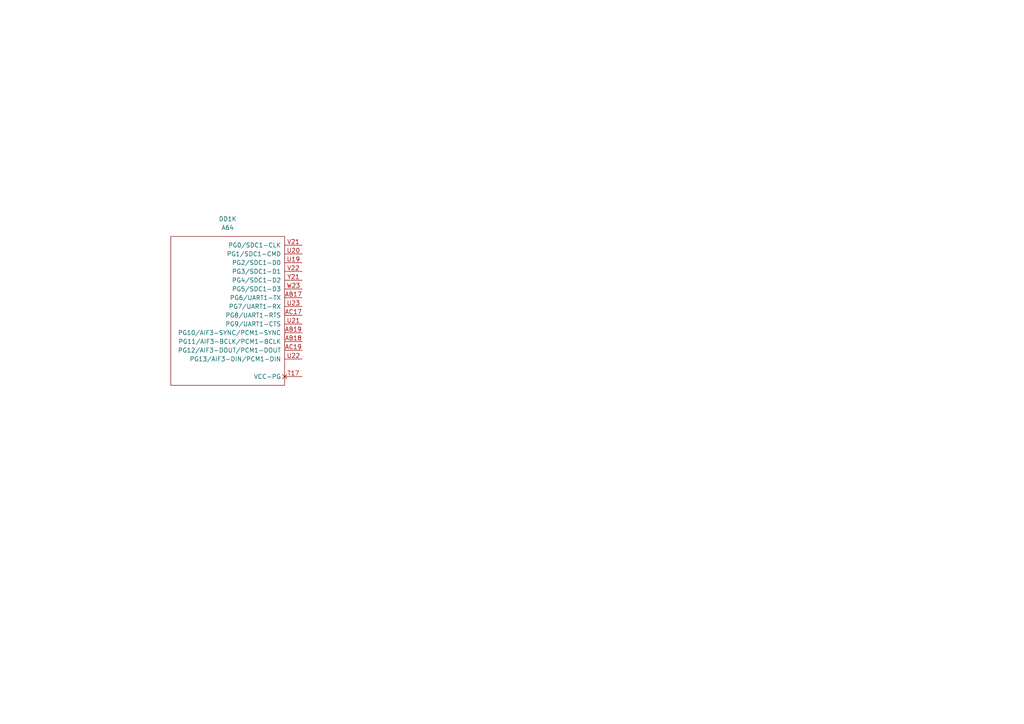
<source format=kicad_sch>
(kicad_sch (version 20211123) (generator eeschema)

  (uuid a1873931-298f-40f8-a313-fd9af0d3bb3a)

  (paper "A4")

  (lib_symbols
    (symbol "Allwinner:A64" (pin_names (offset 1.016)) (in_bom yes) (on_board yes)
      (property "Reference" "DD" (id 0) (at -1.27 1.27 0)
        (effects (font (size 1.27 1.27)))
      )
      (property "Value" "A64" (id 1) (at -27.94 1.27 0)
        (effects (font (size 1.27 1.27)))
      )
      (property "Footprint" "BGA:BGA-529_23x23_15.0x15.0mm" (id 2) (at 0 7.62 0)
        (effects (font (size 1.27 1.27)) hide)
      )
      (property "Datasheet" "" (id 3) (at -22.86 0 0)
        (effects (font (size 1.27 1.27)) hide)
      )
      (property "ki_locked" "" (id 4) (at 0 0 0)
        (effects (font (size 1.27 1.27)))
      )
      (symbol "A64_1_0"
        (pin passive line (at -35.56 -58.42 0) (length 5.08)
          (name "SDQ22" (effects (font (size 1.27 1.27))))
          (number "A2" (effects (font (size 1.27 1.27))))
        )
        (pin passive line (at -35.56 -68.58 0) (length 5.08)
          (name "SDQ26" (effects (font (size 1.27 1.27))))
          (number "A4" (effects (font (size 1.27 1.27))))
        )
        (pin passive line (at -35.56 -71.12 0) (length 5.08)
          (name "SDQ27" (effects (font (size 1.27 1.27))))
          (number "A5" (effects (font (size 1.27 1.27))))
        )
        (pin passive line (at -35.56 -73.66 0) (length 5.08)
          (name "SDQ28" (effects (font (size 1.27 1.27))))
          (number "A7" (effects (font (size 1.27 1.27))))
        )
        (pin passive line (at -35.56 -76.2 0) (length 5.08)
          (name "SDQ29" (effects (font (size 1.27 1.27))))
          (number "A8" (effects (font (size 1.27 1.27))))
        )
        (pin passive line (at -35.56 -53.34 0) (length 5.08)
          (name "SDQ20" (effects (font (size 1.27 1.27))))
          (number "B1" (effects (font (size 1.27 1.27))))
        )
        (pin passive line (at -35.56 -55.88 0) (length 5.08)
          (name "SDQ21" (effects (font (size 1.27 1.27))))
          (number "B2" (effects (font (size 1.27 1.27))))
        )
        (pin passive line (at -35.56 -60.96 0) (length 5.08)
          (name "SDQ23" (effects (font (size 1.27 1.27))))
          (number "B3" (effects (font (size 1.27 1.27))))
        )
        (pin passive line (at -35.56 -66.04 0) (length 5.08)
          (name "SDQ25" (effects (font (size 1.27 1.27))))
          (number "B4" (effects (font (size 1.27 1.27))))
        )
        (pin passive line (at 5.08 -120.65 180) (length 5.08)
          (name "SDQS3N" (effects (font (size 1.27 1.27))))
          (number "B5" (effects (font (size 1.27 1.27))))
        )
        (pin passive line (at 5.08 -123.19 180) (length 5.08)
          (name "SDQS3P" (effects (font (size 1.27 1.27))))
          (number "B6" (effects (font (size 1.27 1.27))))
        )
        (pin passive line (at 5.08 -90.17 180) (length 5.08)
          (name "SDQM3" (effects (font (size 1.27 1.27))))
          (number "B7" (effects (font (size 1.27 1.27))))
        )
        (pin passive line (at -35.56 -78.74 0) (length 5.08)
          (name "SDQ30" (effects (font (size 1.27 1.27))))
          (number "B8" (effects (font (size 1.27 1.27))))
        )
        (pin passive line (at -35.56 -81.28 0) (length 5.08)
          (name "SDQ31" (effects (font (size 1.27 1.27))))
          (number "B9" (effects (font (size 1.27 1.27))))
        )
        (pin passive line (at 5.08 -87.63 180) (length 5.08)
          (name "SDQM2" (effects (font (size 1.27 1.27))))
          (number "C2" (effects (font (size 1.27 1.27))))
        )
        (pin passive line (at 5.08 -25.4 180) (length 5.08)
          (name "SA9" (effects (font (size 1.27 1.27))))
          (number "C4" (effects (font (size 1.27 1.27))))
        )
        (pin passive line (at -35.56 -63.5 0) (length 5.08)
          (name "SDQ24" (effects (font (size 1.27 1.27))))
          (number "C5" (effects (font (size 1.27 1.27))))
        )
        (pin passive line (at 5.08 -50.8 180) (length 5.08)
          (name "SBA2" (effects (font (size 1.27 1.27))))
          (number "C6" (effects (font (size 1.27 1.27))))
        )
        (pin passive line (at -35.56 -93.98 0) (length 5.08)
          (name "SWE" (effects (font (size 1.27 1.27))))
          (number "C8" (effects (font (size 1.27 1.27))))
        )
        (pin passive line (at 5.08 -55.88 180) (length 5.08)
          (name "SCAS" (effects (font (size 1.27 1.27))))
          (number "C9" (effects (font (size 1.27 1.27))))
        )
        (pin passive line (at 5.08 -114.3 180) (length 5.08)
          (name "SDQS2N" (effects (font (size 1.27 1.27))))
          (number "D1" (effects (font (size 1.27 1.27))))
        )
        (pin passive line (at -35.56 -88.9 0) (length 5.08)
          (name "SRST" (effects (font (size 1.27 1.27))))
          (number "D10" (effects (font (size 1.27 1.27))))
        )
        (pin passive line (at 5.08 -116.84 180) (length 5.08)
          (name "SDQS2P" (effects (font (size 1.27 1.27))))
          (number "D2" (effects (font (size 1.27 1.27))))
        )
        (pin passive line (at 5.08 -22.86 180) (length 5.08)
          (name "SA8" (effects (font (size 1.27 1.27))))
          (number "D3" (effects (font (size 1.27 1.27))))
        )
        (pin passive line (at 5.08 -76.2 180) (length 5.08)
          (name "SODT0" (effects (font (size 1.27 1.27))))
          (number "D5" (effects (font (size 1.27 1.27))))
        )
        (pin passive line (at 5.08 -45.72 180) (length 5.08)
          (name "SBA0" (effects (font (size 1.27 1.27))))
          (number "D8" (effects (font (size 1.27 1.27))))
        )
        (pin passive line (at -35.56 -50.8 0) (length 5.08)
          (name "SDQ19" (effects (font (size 1.27 1.27))))
          (number "E1" (effects (font (size 1.27 1.27))))
        )
        (pin passive line (at -35.56 -48.26 0) (length 5.08)
          (name "SDQ18" (effects (font (size 1.27 1.27))))
          (number "E2" (effects (font (size 1.27 1.27))))
        )
        (pin passive line (at -35.56 -43.18 0) (length 5.08)
          (name "SDQ16" (effects (font (size 1.27 1.27))))
          (number "E3" (effects (font (size 1.27 1.27))))
        )
        (pin passive line (at 5.08 -20.32 180) (length 5.08)
          (name "SA7" (effects (font (size 1.27 1.27))))
          (number "E4" (effects (font (size 1.27 1.27))))
        )
        (pin passive line (at 5.08 -71.12 180) (length 5.08)
          (name "SCS0" (effects (font (size 1.27 1.27))))
          (number "E5" (effects (font (size 1.27 1.27))))
        )
        (pin passive line (at 5.08 -78.74 180) (length 5.08)
          (name "SODT1" (effects (font (size 1.27 1.27))))
          (number "E7" (effects (font (size 1.27 1.27))))
        )
        (pin passive line (at 5.08 -35.56 180) (length 5.08)
          (name "SA13" (effects (font (size 1.27 1.27))))
          (number "E8" (effects (font (size 1.27 1.27))))
        )
        (pin passive line (at -35.56 -45.72 0) (length 5.08)
          (name "SDQ17" (effects (font (size 1.27 1.27))))
          (number "F2" (effects (font (size 1.27 1.27))))
        )
        (pin passive line (at 5.08 -17.78 180) (length 5.08)
          (name "SA6" (effects (font (size 1.27 1.27))))
          (number "F3" (effects (font (size 1.27 1.27))))
        )
        (pin passive line (at -35.56 -86.36 0) (length 5.08)
          (name "SRAS" (effects (font (size 1.27 1.27))))
          (number "F7" (effects (font (size 1.27 1.27))))
        )
        (pin passive line (at -35.56 -5.08 0) (length 5.08)
          (name "SDQ1" (effects (font (size 1.27 1.27))))
          (number "G1" (effects (font (size 1.27 1.27))))
        )
        (pin passive line (at 5.08 -62.23 180) (length 5.08)
          (name "SCKP" (effects (font (size 1.27 1.27))))
          (number "G2" (effects (font (size 1.27 1.27))))
        )
        (pin passive line (at 5.08 -59.69 180) (length 5.08)
          (name "SCKN" (effects (font (size 1.27 1.27))))
          (number "G3" (effects (font (size 1.27 1.27))))
        )
        (pin passive line (at 5.08 -15.24 180) (length 5.08)
          (name "SA5" (effects (font (size 1.27 1.27))))
          (number "G4" (effects (font (size 1.27 1.27))))
        )
        (pin passive line (at -35.56 -91.44 0) (length 5.08)
          (name "SVREF" (effects (font (size 1.27 1.27))))
          (number "G5" (effects (font (size 1.27 1.27))))
        )
        (pin passive line (at -35.56 -101.6 0) (length 5.08)
          (name "VCC-DRAM" (effects (font (size 1.27 1.27))))
          (number "G7" (effects (font (size 1.27 1.27))))
        )
        (pin passive line (at -35.56 -104.14 0) (length 5.08)
          (name "VCC-DRAM" (effects (font (size 1.27 1.27))))
          (number "G8" (effects (font (size 1.27 1.27))))
        )
        (pin passive line (at -35.56 -106.68 0) (length 5.08)
          (name "VCC-DRAM" (effects (font (size 1.27 1.27))))
          (number "G9" (effects (font (size 1.27 1.27))))
        )
        (pin passive line (at -35.56 -15.24 0) (length 5.08)
          (name "SDQ5" (effects (font (size 1.27 1.27))))
          (number "H1" (effects (font (size 1.27 1.27))))
        )
        (pin passive line (at -35.56 -12.7 0) (length 5.08)
          (name "SDQ4" (effects (font (size 1.27 1.27))))
          (number "H2" (effects (font (size 1.27 1.27))))
        )
        (pin passive line (at -35.56 -7.62 0) (length 5.08)
          (name "SDQ2" (effects (font (size 1.27 1.27))))
          (number "H3" (effects (font (size 1.27 1.27))))
        )
        (pin passive line (at 5.08 -73.66 180) (length 5.08)
          (name "SCS1" (effects (font (size 1.27 1.27))))
          (number "H5" (effects (font (size 1.27 1.27))))
        )
        (pin passive line (at 5.08 -68.58 180) (length 5.08)
          (name "SCKE1" (effects (font (size 1.27 1.27))))
          (number "H6" (effects (font (size 1.27 1.27))))
        )
        (pin passive line (at 5.08 -82.55 180) (length 5.08)
          (name "SDQM0" (effects (font (size 1.27 1.27))))
          (number "J2" (effects (font (size 1.27 1.27))))
        )
        (pin passive line (at 5.08 -66.04 180) (length 5.08)
          (name "SCKE0" (effects (font (size 1.27 1.27))))
          (number "J3" (effects (font (size 1.27 1.27))))
        )
        (pin passive line (at -35.56 -109.22 0) (length 5.08)
          (name "VCC-DRAM" (effects (font (size 1.27 1.27))))
          (number "J8" (effects (font (size 1.27 1.27))))
        )
        (pin passive line (at -35.56 -10.16 0) (length 5.08)
          (name "SDQ3" (effects (font (size 1.27 1.27))))
          (number "K1" (effects (font (size 1.27 1.27))))
        )
        (pin passive line (at 5.08 -101.6 180) (length 5.08)
          (name "SDQS0N" (effects (font (size 1.27 1.27))))
          (number "K2" (effects (font (size 1.27 1.27))))
        )
        (pin passive line (at 5.08 -104.14 180) (length 5.08)
          (name "SDQS0P" (effects (font (size 1.27 1.27))))
          (number "K3" (effects (font (size 1.27 1.27))))
        )
        (pin passive line (at 5.08 -38.1 180) (length 5.08)
          (name "SA14" (effects (font (size 1.27 1.27))))
          (number "K4" (effects (font (size 1.27 1.27))))
        )
        (pin passive line (at 5.08 -33.02 180) (length 5.08)
          (name "SA12" (effects (font (size 1.27 1.27))))
          (number "K5" (effects (font (size 1.27 1.27))))
        )
        (pin passive line (at -35.56 -111.76 0) (length 5.08)
          (name "VCC-DRAM" (effects (font (size 1.27 1.27))))
          (number "K6" (effects (font (size 1.27 1.27))))
        )
        (pin passive line (at -35.56 -114.3 0) (length 5.08)
          (name "VCC-DRAM" (effects (font (size 1.27 1.27))))
          (number "K7" (effects (font (size 1.27 1.27))))
        )
        (pin passive line (at -35.56 -17.78 0) (length 5.08)
          (name "SDQ6" (effects (font (size 1.27 1.27))))
          (number "L1" (effects (font (size 1.27 1.27))))
        )
        (pin passive line (at -35.56 -20.32 0) (length 5.08)
          (name "SDQ7" (effects (font (size 1.27 1.27))))
          (number "L2" (effects (font (size 1.27 1.27))))
        )
        (pin passive line (at -35.56 -2.54 0) (length 5.08)
          (name "SDQ0" (effects (font (size 1.27 1.27))))
          (number "L3" (effects (font (size 1.27 1.27))))
        )
        (pin passive line (at -35.56 -116.84 0) (length 5.08)
          (name "VCC-DRAM" (effects (font (size 1.27 1.27))))
          (number "L6" (effects (font (size 1.27 1.27))))
        )
        (pin passive line (at -35.56 -119.38 0) (length 5.08)
          (name "VCC-DRAM" (effects (font (size 1.27 1.27))))
          (number "L7" (effects (font (size 1.27 1.27))))
        )
        (pin passive line (at -35.56 -121.92 0) (length 5.08)
          (name "VCC-DRAM" (effects (font (size 1.27 1.27))))
          (number "L8" (effects (font (size 1.27 1.27))))
        )
        (pin passive line (at -35.56 -40.64 0) (length 5.08)
          (name "SDQ15" (effects (font (size 1.27 1.27))))
          (number "M2" (effects (font (size 1.27 1.27))))
        )
        (pin passive line (at 5.08 -27.94 180) (length 5.08)
          (name "SA10" (effects (font (size 1.27 1.27))))
          (number "M4" (effects (font (size 1.27 1.27))))
        )
        (pin passive line (at -35.56 -38.1 0) (length 5.08)
          (name "SDQ14" (effects (font (size 1.27 1.27))))
          (number "N1" (effects (font (size 1.27 1.27))))
        )
        (pin passive line (at -35.56 -35.56 0) (length 5.08)
          (name "SDQ13" (effects (font (size 1.27 1.27))))
          (number "N2" (effects (font (size 1.27 1.27))))
        )
        (pin passive line (at -35.56 -33.02 0) (length 5.08)
          (name "SDQ12" (effects (font (size 1.27 1.27))))
          (number "N3" (effects (font (size 1.27 1.27))))
        )
        (pin passive line (at 5.08 -7.62 180) (length 5.08)
          (name "SA2" (effects (font (size 1.27 1.27))))
          (number "N5" (effects (font (size 1.27 1.27))))
        )
        (pin passive line (at 5.08 -10.16 180) (length 5.08)
          (name "SA3" (effects (font (size 1.27 1.27))))
          (number "N6" (effects (font (size 1.27 1.27))))
        )
        (pin passive line (at -35.56 -124.46 0) (length 5.08)
          (name "VCC-DRAM" (effects (font (size 1.27 1.27))))
          (number "N7" (effects (font (size 1.27 1.27))))
        )
        (pin passive line (at -35.56 -127 0) (length 5.08)
          (name "VCC-DRAM" (effects (font (size 1.27 1.27))))
          (number "N8" (effects (font (size 1.27 1.27))))
        )
        (pin passive line (at 5.08 -110.49 180) (length 5.08)
          (name "SDQS1P" (effects (font (size 1.27 1.27))))
          (number "P1" (effects (font (size 1.27 1.27))))
        )
        (pin passive line (at 5.08 -107.95 180) (length 5.08)
          (name "SDQS1N" (effects (font (size 1.27 1.27))))
          (number "P2" (effects (font (size 1.27 1.27))))
        )
        (pin passive line (at 5.08 -85.09 180) (length 5.08)
          (name "SDQM1" (effects (font (size 1.27 1.27))))
          (number "P3" (effects (font (size 1.27 1.27))))
        )
        (pin passive line (at 5.08 -2.54 180) (length 5.08)
          (name "SA0" (effects (font (size 1.27 1.27))))
          (number "P5" (effects (font (size 1.27 1.27))))
        )
        (pin passive line (at 5.08 -12.7 180) (length 5.08)
          (name "SA4" (effects (font (size 1.27 1.27))))
          (number "P6" (effects (font (size 1.27 1.27))))
        )
        (pin passive line (at -35.56 -30.48 0) (length 5.08)
          (name "SDQ11" (effects (font (size 1.27 1.27))))
          (number "R2" (effects (font (size 1.27 1.27))))
        )
        (pin passive line (at 5.08 -48.26 180) (length 5.08)
          (name "SBA1" (effects (font (size 1.27 1.27))))
          (number "R3" (effects (font (size 1.27 1.27))))
        )
        (pin passive line (at 5.08 -5.08 180) (length 5.08)
          (name "SA1" (effects (font (size 1.27 1.27))))
          (number "R4" (effects (font (size 1.27 1.27))))
        )
        (pin passive line (at -35.56 -27.94 0) (length 5.08)
          (name "SDQ10" (effects (font (size 1.27 1.27))))
          (number "T1" (effects (font (size 1.27 1.27))))
        )
        (pin passive line (at -35.56 -25.4 0) (length 5.08)
          (name "SDQ9" (effects (font (size 1.27 1.27))))
          (number "T2" (effects (font (size 1.27 1.27))))
        )
        (pin passive line (at -35.56 -22.86 0) (length 5.08)
          (name "SDQ8" (effects (font (size 1.27 1.27))))
          (number "T3" (effects (font (size 1.27 1.27))))
        )
        (pin passive line (at 5.08 -40.64 180) (length 5.08)
          (name "SA15" (effects (font (size 1.27 1.27))))
          (number "T4" (effects (font (size 1.27 1.27))))
        )
        (pin passive line (at -35.56 -96.52 0) (length 5.08)
          (name "SZQ" (effects (font (size 1.27 1.27))))
          (number "U1" (effects (font (size 1.27 1.27))))
        )
        (pin passive line (at 5.08 -30.48 180) (length 5.08)
          (name "SA11" (effects (font (size 1.27 1.27))))
          (number "U4" (effects (font (size 1.27 1.27))))
        )
      )
      (symbol "A64_1_1"
        (rectangle (start -30.48 0) (end 0 -129.54)
          (stroke (width 0.2) (type default) (color 0 0 0 0))
          (fill (type none))
        )
        (polyline
          (pts
            (xy -30.48 -99.06)
            (xy -17.78 -99.06)
          )
          (stroke (width 0.2) (type default) (color 0 0 0 0))
          (fill (type none))
        )
        (polyline
          (pts
            (xy -30.48 -83.82)
            (xy -17.78 -83.82)
          )
          (stroke (width 0.2) (type default) (color 0 0 0 0))
          (fill (type none))
        )
        (polyline
          (pts
            (xy -17.78 -129.54)
            (xy -17.78 0)
          )
          (stroke (width 0.2) (type default) (color 0 0 0 0))
          (fill (type none))
        )
        (polyline
          (pts
            (xy -8.89 -129.54)
            (xy -8.89 0)
          )
          (stroke (width 0.2) (type default) (color 0 0 0 0))
          (fill (type none))
        )
        (polyline
          (pts
            (xy 0 -92.71)
            (xy -8.89 -92.71)
          )
          (stroke (width 0.2) (type default) (color 0 0 0 0))
          (fill (type none))
        )
        (polyline
          (pts
            (xy 0 -53.34)
            (xy -8.89 -53.34)
          )
          (stroke (width 0.0006) (type default) (color 0 0 0 0))
          (fill (type none))
        )
        (polyline
          (pts
            (xy 0 -43.18)
            (xy -8.89 -43.18)
          )
          (stroke (width 0.2) (type default) (color 0 0 0 0))
          (fill (type none))
        )
        (text "DRAM" (at -12.7 -2.54 0)
          (effects (font (size 1.27 1.27) italic))
        )
      )
      (symbol "A64_2_0"
        (pin passive line (at 5.08 -55.88 180) (length 5.08)
          (name "KEYADC" (effects (font (size 1.27 1.27))))
          (number "A16" (effects (font (size 1.27 1.27))))
        )
        (pin passive line (at 5.08 -50.8 180) (length 5.08)
          (name "JTAGSEL0" (effects (font (size 1.27 1.27))))
          (number "AA11" (effects (font (size 1.27 1.27))))
        )
        (pin passive line (at 5.08 -53.34 180) (length 5.08)
          (name "JTAGSEL1" (effects (font (size 1.27 1.27))))
          (number "AA12" (effects (font (size 1.27 1.27))))
        )
        (pin passive line (at 5.08 -7.62 180) (length 5.08)
          (name "X32KFOUT" (effects (font (size 1.27 1.27))))
          (number "B18" (effects (font (size 1.27 1.27))))
        )
        (pin passive line (at 5.08 -2.54 180) (length 5.08)
          (name "X32KOUT" (effects (font (size 1.27 1.27))))
          (number "B19" (effects (font (size 1.27 1.27))))
        )
        (pin passive line (at 5.08 -5.08 180) (length 5.08)
          (name "X32KIN" (effects (font (size 1.27 1.27))))
          (number "C18" (effects (font (size 1.27 1.27))))
        )
        (pin passive line (at 5.08 -45.72 180) (length 5.08)
          (name "RESET" (effects (font (size 1.27 1.27))))
          (number "E17" (effects (font (size 1.27 1.27))))
        )
        (pin passive line (at 5.08 -58.42 180) (length 5.08)
          (name "FEL" (effects (font (size 1.27 1.27))))
          (number "F17" (effects (font (size 1.27 1.27))))
        )
        (pin passive line (at 5.08 -38.1 180) (length 5.08)
          (name "RTC-VIO" (effects (font (size 1.27 1.27))))
          (number "G16" (effects (font (size 1.27 1.27))))
        )
        (pin passive line (at 5.08 -48.26 180) (length 5.08)
          (name "NMI" (effects (font (size 1.27 1.27))))
          (number "G18" (effects (font (size 1.27 1.27))))
        )
        (pin passive line (at 5.08 -43.18 180) (length 5.08)
          (name "TEST" (effects (font (size 1.27 1.27))))
          (number "H14" (effects (font (size 1.27 1.27))))
        )
        (pin passive line (at 5.08 -27.94 180) (length 5.08)
          (name "VCC-RTC" (effects (font (size 1.27 1.27))))
          (number "H16" (effects (font (size 1.27 1.27))))
        )
        (pin passive line (at 5.08 -15.24 180) (length 5.08)
          (name "X24MI" (effects (font (size 1.27 1.27))))
          (number "K22" (effects (font (size 1.27 1.27))))
        )
        (pin passive line (at 5.08 -12.7 180) (length 5.08)
          (name "X24MO" (effects (font (size 1.27 1.27))))
          (number "K23" (effects (font (size 1.27 1.27))))
        )
        (pin passive line (at 5.08 -33.02 180) (length 5.08)
          (name "VCC-PLL" (effects (font (size 1.27 1.27))))
          (number "N16" (effects (font (size 1.27 1.27))))
        )
        (pin passive line (at 5.08 -20.32 180) (length 5.08)
          (name "VCC-EFUSE" (effects (font (size 1.27 1.27))))
          (number "N18" (effects (font (size 1.27 1.27))))
        )
        (pin passive line (at 5.08 -22.86 180) (length 5.08)
          (name "VDDBP-EFUSE" (effects (font (size 1.27 1.27))))
          (number "P16" (effects (font (size 1.27 1.27))))
        )
      )
      (symbol "A64_2_1"
        (rectangle (start -30.48 0) (end 0 -60.96)
          (stroke (width 0.2) (type default) (color 0 0 0 0))
          (fill (type none))
        )
      )
      (symbol "A64_3_0"
        (pin passive non_logic (at -35.56 -5.08 0) (length 5.08)
          (name "AGND" (effects (font (size 1.27 1.27))))
          (number "A11" (effects (font (size 1.27 1.27))))
        )
        (pin passive line (at 5.08 -5.08 180) (length 5.08)
          (name "EAROUTN" (effects (font (size 1.27 1.27))))
          (number "A13" (effects (font (size 1.27 1.27))))
        )
        (pin passive line (at 5.08 -17.78 180) (length 5.08)
          (name "LINEINP" (effects (font (size 1.27 1.27))))
          (number "A14" (effects (font (size 1.27 1.27))))
        )
        (pin passive line (at 5.08 -48.26 180) (length 5.08)
          (name "MICIN2N" (effects (font (size 1.27 1.27))))
          (number "A17" (effects (font (size 1.27 1.27))))
        )
        (pin passive line (at 5.08 -38.1 180) (length 5.08)
          (name "MIC-DET" (effects (font (size 1.27 1.27))))
          (number "B10" (effects (font (size 1.27 1.27))))
        )
        (pin passive line (at -35.56 -31.75 0) (length 5.08)
          (name "VRA2" (effects (font (size 1.27 1.27))))
          (number "B11" (effects (font (size 1.27 1.27))))
        )
        (pin passive line (at -35.56 -29.21 0) (length 5.08)
          (name "VRA1" (effects (font (size 1.27 1.27))))
          (number "B12" (effects (font (size 1.27 1.27))))
        )
        (pin passive line (at 5.08 -2.54 180) (length 5.08)
          (name "EAROUTP" (effects (font (size 1.27 1.27))))
          (number "B13" (effects (font (size 1.27 1.27))))
        )
        (pin passive line (at 5.08 -20.32 180) (length 5.08)
          (name "LINEINN" (effects (font (size 1.27 1.27))))
          (number "B14" (effects (font (size 1.27 1.27))))
        )
        (pin passive line (at 5.08 -40.64 180) (length 5.08)
          (name "MICIN1P" (effects (font (size 1.27 1.27))))
          (number "B15" (effects (font (size 1.27 1.27))))
        )
        (pin passive line (at 5.08 -43.18 180) (length 5.08)
          (name "MICIN1N" (effects (font (size 1.27 1.27))))
          (number "B16" (effects (font (size 1.27 1.27))))
        )
        (pin passive line (at 5.08 -45.72 180) (length 5.08)
          (name "MICIN2P" (effects (font (size 1.27 1.27))))
          (number "B17" (effects (font (size 1.27 1.27))))
        )
        (pin passive line (at -35.56 -35.56 0) (length 5.08)
          (name "HP-FB" (effects (font (size 1.27 1.27))))
          (number "C10" (effects (font (size 1.27 1.27))))
        )
        (pin passive line (at -35.56 -17.78 0) (length 5.08)
          (name "VRP" (effects (font (size 1.27 1.27))))
          (number "C11" (effects (font (size 1.27 1.27))))
        )
        (pin passive line (at -35.56 -40.64 0) (length 5.08)
          (name "HPOUTR" (effects (font (size 1.27 1.27))))
          (number "C12" (effects (font (size 1.27 1.27))))
        )
        (pin passive line (at -35.56 -38.1 0) (length 5.08)
          (name "HPOUTL" (effects (font (size 1.27 1.27))))
          (number "C13" (effects (font (size 1.27 1.27))))
        )
        (pin passive line (at 5.08 -27.94 180) (length 5.08)
          (name "PHONEINN" (effects (font (size 1.27 1.27))))
          (number "C14" (effects (font (size 1.27 1.27))))
        )
        (pin passive line (at 5.08 -12.7 180) (length 5.08)
          (name "LINEOUTN" (effects (font (size 1.27 1.27))))
          (number "C16" (effects (font (size 1.27 1.27))))
        )
        (pin passive line (at -35.56 -43.18 0) (length 5.08)
          (name "HP-DET" (effects (font (size 1.27 1.27))))
          (number "D11" (effects (font (size 1.27 1.27))))
        )
        (pin passive line (at -35.56 -46.99 0) (length 5.08)
          (name "HBIAS" (effects (font (size 1.27 1.27))))
          (number "D13" (effects (font (size 1.27 1.27))))
        )
        (pin passive line (at 5.08 -25.4 180) (length 5.08)
          (name "PHONEINP" (effects (font (size 1.27 1.27))))
          (number "D14" (effects (font (size 1.27 1.27))))
        )
        (pin passive line (at 5.08 -10.16 180) (length 5.08)
          (name "LINEOUTP" (effects (font (size 1.27 1.27))))
          (number "D16" (effects (font (size 1.27 1.27))))
        )
        (pin passive line (at -35.56 -22.86 0) (length 5.08)
          (name "CPN" (effects (font (size 1.27 1.27))))
          (number "E10" (effects (font (size 1.27 1.27))))
        )
        (pin passive line (at -35.56 -20.32 0) (length 5.08)
          (name "CPP" (effects (font (size 1.27 1.27))))
          (number "E11" (effects (font (size 1.27 1.27))))
        )
        (pin passive non_logic (at -35.56 -10.16 0) (length 5.08)
          (name "CPVDD" (effects (font (size 1.27 1.27))))
          (number "E13" (effects (font (size 1.27 1.27))))
        )
        (pin passive line (at -35.56 -49.53 0) (length 5.08)
          (name "MBIAS" (effects (font (size 1.27 1.27))))
          (number "E14" (effects (font (size 1.27 1.27))))
        )
        (pin passive line (at 5.08 -30.48 180) (length 5.08)
          (name "PHONEOUTP" (effects (font (size 1.27 1.27))))
          (number "E16" (effects (font (size 1.27 1.27))))
        )
        (pin passive line (at -35.56 -12.7 0) (length 5.08)
          (name "CPVEE" (effects (font (size 1.27 1.27))))
          (number "F12" (effects (font (size 1.27 1.27))))
        )
        (pin passive line (at 5.08 -33.02 180) (length 5.08)
          (name "PHONEOUTN" (effects (font (size 1.27 1.27))))
          (number "F16" (effects (font (size 1.27 1.27))))
        )
        (pin passive line (at -35.56 -26.67 0) (length 5.08)
          (name "VEE" (effects (font (size 1.27 1.27))))
          (number "G13" (effects (font (size 1.27 1.27))))
        )
        (pin passive non_logic (at -35.56 -2.54 0) (length 5.08)
          (name "AVCC" (effects (font (size 1.27 1.27))))
          (number "G14" (effects (font (size 1.27 1.27))))
        )
      )
      (symbol "A64_3_1"
        (rectangle (start -30.48 0) (end 0 -52.07)
          (stroke (width 0.2) (type default) (color 0 0 0 0))
          (fill (type none))
        )
        (polyline
          (pts
            (xy -20.32 -52.07)
            (xy -20.32 0)
          )
          (stroke (width 0.2) (type default) (color 0 0 0 0))
          (fill (type none))
        )
        (polyline
          (pts
            (xy -12.7 -52.07)
            (xy -12.7 0)
          )
          (stroke (width 0.2) (type default) (color 0 0 0 0))
          (fill (type none))
        )
        (text "AUDIO" (at -16.51 -2.54 0)
          (effects (font (size 1.27 1.27) italic))
        )
      )
      (symbol "A64_4_0"
        (pin passive line (at 5.08 -2.54 180) (length 5.08)
          (name "USB0-DP" (effects (font (size 1.27 1.27))))
          (number "A22" (effects (font (size 1.27 1.27))))
        )
        (pin passive line (at 5.08 -5.08 180) (length 5.08)
          (name "USB0-DM" (effects (font (size 1.27 1.27))))
          (number "B22" (effects (font (size 1.27 1.27))))
        )
        (pin passive line (at 5.08 -10.16 180) (length 5.08)
          (name "USB1-DP" (effects (font (size 1.27 1.27))))
          (number "B23" (effects (font (size 1.27 1.27))))
        )
        (pin passive line (at 5.08 -12.7 180) (length 5.08)
          (name "USB1-DM" (effects (font (size 1.27 1.27))))
          (number "C22" (effects (font (size 1.27 1.27))))
        )
        (pin passive line (at -33.02 -2.54 0) (length 5.08)
          (name "HSIC-DAT" (effects (font (size 1.27 1.27))))
          (number "G19" (effects (font (size 1.27 1.27))))
        )
        (pin passive line (at -33.02 -6.35 0) (length 5.08)
          (name "HSIC-STR" (effects (font (size 1.27 1.27))))
          (number "H19" (effects (font (size 1.27 1.27))))
        )
        (pin passive non_logic (at -33.02 -17.78 0) (length 5.08)
          (name "HSIC-VCC" (effects (font (size 1.27 1.27))))
          (number "K16" (effects (font (size 1.27 1.27))))
        )
        (pin passive non_logic (at 5.08 -17.78 180) (length 5.08)
          (name "VCC-USB" (effects (font (size 1.27 1.27))))
          (number "L16" (effects (font (size 1.27 1.27))))
        )
      )
      (symbol "A64_4_1"
        (rectangle (start -27.94 0) (end 0 -20.32)
          (stroke (width 0.2) (type default) (color 0 0 0 0))
          (fill (type none))
        )
        (polyline
          (pts
            (xy -16.51 0)
            (xy -16.51 -20.32)
          )
          (stroke (width 0.2) (type default) (color 0 0 0 0))
          (fill (type none))
        )
        (polyline
          (pts
            (xy -11.43 0)
            (xy -11.43 -20.32)
          )
          (stroke (width 0.2) (type default) (color 0 0 0 0))
          (fill (type none))
        )
        (text "USB" (at -13.97 -2.54 0)
          (effects (font (size 1.27 1.27) italic))
        )
      )
      (symbol "A64_5_0"
        (pin passive line (at -35.56 -29.21 0) (length 5.08)
          (name "HTX2P" (effects (font (size 1.27 1.27))))
          (number "D23" (effects (font (size 1.27 1.27))))
        )
        (pin passive line (at -35.56 -7.62 0) (length 5.08)
          (name "HSDA" (effects (font (size 1.27 1.27))))
          (number "E20" (effects (font (size 1.27 1.27))))
        )
        (pin passive line (at -35.56 -2.54 0) (length 5.08)
          (name "HHPD" (effects (font (size 1.27 1.27))))
          (number "E21" (effects (font (size 1.27 1.27))))
        )
        (pin passive line (at -35.56 -31.75 0) (length 5.08)
          (name "HTX2N" (effects (font (size 1.27 1.27))))
          (number "E22" (effects (font (size 1.27 1.27))))
        )
        (pin passive line (at -35.56 -24.13 0) (length 5.08)
          (name "HTX1P" (effects (font (size 1.27 1.27))))
          (number "E23" (effects (font (size 1.27 1.27))))
        )
        (pin passive line (at -35.56 -10.16 0) (length 5.08)
          (name "HCEC" (effects (font (size 1.27 1.27))))
          (number "F21" (effects (font (size 1.27 1.27))))
        )
        (pin passive line (at -35.56 -26.67 0) (length 5.08)
          (name "HTX1N" (effects (font (size 1.27 1.27))))
          (number "F22" (effects (font (size 1.27 1.27))))
        )
        (pin passive line (at -35.56 -5.08 0) (length 5.08)
          (name "HSCL" (effects (font (size 1.27 1.27))))
          (number "G21" (effects (font (size 1.27 1.27))))
        )
        (pin passive line (at -35.56 -19.05 0) (length 5.08)
          (name "HTX0P" (effects (font (size 1.27 1.27))))
          (number "G22" (effects (font (size 1.27 1.27))))
        )
        (pin passive line (at -35.56 -21.59 0) (length 5.08)
          (name "HTX0N" (effects (font (size 1.27 1.27))))
          (number "G23" (effects (font (size 1.27 1.27))))
        )
        (pin passive line (at -35.56 -13.97 0) (length 5.08)
          (name "HTXCP" (effects (font (size 1.27 1.27))))
          (number "H22" (effects (font (size 1.27 1.27))))
        )
        (pin passive line (at -35.56 -16.51 0) (length 5.08)
          (name "HTXCN" (effects (font (size 1.27 1.27))))
          (number "H23" (effects (font (size 1.27 1.27))))
        )
        (pin passive line (at 5.08 -30.48 180) (length 5.08)
          (name "DSI-D3N" (effects (font (size 1.27 1.27))))
          (number "L22" (effects (font (size 1.27 1.27))))
        )
        (pin passive line (at 5.08 -27.94 180) (length 5.08)
          (name "DSI-D3P" (effects (font (size 1.27 1.27))))
          (number "L23" (effects (font (size 1.27 1.27))))
        )
        (pin passive non_logic (at -35.56 -36.83 0) (length 5.08)
          (name "HVCC" (effects (font (size 1.27 1.27))))
          (number "M16" (effects (font (size 1.27 1.27))))
        )
        (pin passive line (at 5.08 -21.59 180) (length 5.08)
          (name "DSI-D2P" (effects (font (size 1.27 1.27))))
          (number "M22" (effects (font (size 1.27 1.27))))
        )
        (pin passive non_logic (at 5.08 -36.83 180) (length 5.08)
          (name "VCC-DSI" (effects (font (size 1.27 1.27))))
          (number "N19" (effects (font (size 1.27 1.27))))
        )
        (pin passive line (at 5.08 -24.13 180) (length 5.08)
          (name "DSI-D2N" (effects (font (size 1.27 1.27))))
          (number "N22" (effects (font (size 1.27 1.27))))
        )
        (pin passive line (at 5.08 -2.54 180) (length 5.08)
          (name "DSI-CKP" (effects (font (size 1.27 1.27))))
          (number "N23" (effects (font (size 1.27 1.27))))
        )
        (pin passive line (at 5.08 -15.24 180) (length 5.08)
          (name "DSI-D1P" (effects (font (size 1.27 1.27))))
          (number "P22" (effects (font (size 1.27 1.27))))
        )
        (pin passive line (at 5.08 -5.08 180) (length 5.08)
          (name "DSI-CKN" (effects (font (size 1.27 1.27))))
          (number "P23" (effects (font (size 1.27 1.27))))
        )
        (pin passive line (at 5.08 -17.78 180) (length 5.08)
          (name "DSI-D1N" (effects (font (size 1.27 1.27))))
          (number "R22" (effects (font (size 1.27 1.27))))
        )
        (pin passive line (at 5.08 -8.89 180) (length 5.08)
          (name "DSI-D0P" (effects (font (size 1.27 1.27))))
          (number "T22" (effects (font (size 1.27 1.27))))
        )
        (pin passive line (at 5.08 -11.43 180) (length 5.08)
          (name "DSI-D0N" (effects (font (size 1.27 1.27))))
          (number "T23" (effects (font (size 1.27 1.27))))
        )
      )
      (symbol "A64_5_1"
        (rectangle (start -30.48 0) (end 0 -39.37)
          (stroke (width 0.2) (type default) (color 0 0 0 0))
          (fill (type none))
        )
        (polyline
          (pts
            (xy -21.59 -39.37)
            (xy -21.59 0)
          )
          (stroke (width 0.2) (type default) (color 0 0 0 0))
          (fill (type none))
        )
        (polyline
          (pts
            (xy -11.43 0)
            (xy -11.43 -39.37)
          )
          (stroke (width 0.2) (type default) (color 0 0 0 0))
          (fill (type none))
        )
        (text "HDMI/DSI" (at -16.51 -2.54 0)
          (effects (font (size 1.27 1.27) italic))
        )
      )
      (symbol "A64_6_0"
        (pin passive line (at 5.08 -15.24 180) (length 5.08)
          (name "PB5/AIF2-BCLK/PCM0-BCLK" (effects (font (size 1.27 1.27))))
          (number "AA6" (effects (font (size 1.27 1.27))))
        )
        (pin passive line (at 5.08 -10.16 180) (length 5.08)
          (name "PB3/UART2-CTS/I2S0-MCLK/JTAG-DI0" (effects (font (size 1.27 1.27))))
          (number "AA7" (effects (font (size 1.27 1.27))))
        )
        (pin passive line (at 5.08 -5.08 180) (length 5.08)
          (name "PB1/UART2-RX/JTAG-CK0" (effects (font (size 1.27 1.27))))
          (number "AB7" (effects (font (size 1.27 1.27))))
        )
        (pin passive line (at 5.08 -22.86 180) (length 5.08)
          (name "PB8/UART0-TX" (effects (font (size 1.27 1.27))))
          (number "V10" (effects (font (size 1.27 1.27))))
        )
        (pin passive line (at 5.08 -2.54 180) (length 5.08)
          (name "PB0/UART2-TX/JTAG-MS0" (effects (font (size 1.27 1.27))))
          (number "V9" (effects (font (size 1.27 1.27))))
        )
        (pin passive line (at 5.08 -7.62 180) (length 5.08)
          (name "PB2/UART2-RTS/JTAG-DO0" (effects (font (size 1.27 1.27))))
          (number "W10" (effects (font (size 1.27 1.27))))
        )
        (pin passive line (at 5.08 -12.7 180) (length 5.08)
          (name "PB4/AIF2-SYNC/PCM0-SYNC" (effects (font (size 1.27 1.27))))
          (number "W7" (effects (font (size 1.27 1.27))))
        )
        (pin passive line (at 5.08 -17.78 180) (length 5.08)
          (name "PB6/AIF2-DOUT/PCM0-DOUT" (effects (font (size 1.27 1.27))))
          (number "W8" (effects (font (size 1.27 1.27))))
        )
        (pin passive line (at 5.08 -20.32 180) (length 5.08)
          (name "PB7/AIF2-DINPCM0-DIN" (effects (font (size 1.27 1.27))))
          (number "Y6" (effects (font (size 1.27 1.27))))
        )
        (pin passive line (at 5.08 -25.4 180) (length 5.08)
          (name "PB9/UART0-RX" (effects (font (size 1.27 1.27))))
          (number "Y7" (effects (font (size 1.27 1.27))))
        )
      )
      (symbol "A64_6_1"
        (rectangle (start -41.91 0) (end 0 -27.94)
          (stroke (width 0) (type default) (color 0 0 0 0))
          (fill (type none))
        )
      )
      (symbol "A64_7_0"
        (pin passive line (at 5.08 -15.24 180) (length 5.08)
          (name "PC5/NAND-RE/SDC2-CLK" (effects (font (size 1.27 1.27))))
          (number "G20" (effects (font (size 1.27 1.27))))
        )
        (pin passive line (at 5.08 -30.48 180) (length 5.08)
          (name "PC11/NAND-DQ3/SDC2-D3" (effects (font (size 1.27 1.27))))
          (number "H20" (effects (font (size 1.27 1.27))))
        )
        (pin passive line (at 5.08 -38.1 180) (length 5.08)
          (name "PC14/NAND-DQ6/SDC2-D6" (effects (font (size 1.27 1.27))))
          (number "J21" (effects (font (size 1.27 1.27))))
        )
        (pin passive line (at 5.08 -5.08 180) (length 5.08)
          (name "PC1/NAND-ALE/SDC2-DS/SPI0-MISO" (effects (font (size 1.27 1.27))))
          (number "K18" (effects (font (size 1.27 1.27))))
        )
        (pin passive line (at 5.08 -17.78 180) (length 5.08)
          (name "PC6/NAND-RB0/SDC2-CMD" (effects (font (size 1.27 1.27))))
          (number "K19" (effects (font (size 1.27 1.27))))
        )
        (pin passive line (at 5.08 -27.94 180) (length 5.08)
          (name "PC10/NAND-DQ2/SDC2-D2" (effects (font (size 1.27 1.27))))
          (number "K20" (effects (font (size 1.27 1.27))))
        )
        (pin passive line (at 5.08 -25.4 180) (length 5.08)
          (name "PC9/NAND-DQ1/SDC2-D1" (effects (font (size 1.27 1.27))))
          (number "L19" (effects (font (size 1.27 1.27))))
        )
        (pin passive line (at 5.08 -35.56 180) (length 5.08)
          (name "PC13/NAND-DQ5/SDC2-D5" (effects (font (size 1.27 1.27))))
          (number "L20" (effects (font (size 1.27 1.27))))
        )
        (pin passive line (at 5.08 -22.86 180) (length 5.08)
          (name "PC8/NAND-DQ0/SDC2-D0" (effects (font (size 1.27 1.27))))
          (number "M21" (effects (font (size 1.27 1.27))))
        )
        (pin passive line (at 5.08 -43.18 180) (length 5.08)
          (name "PC16/NAND-DQS/SDC2-RST" (effects (font (size 1.27 1.27))))
          (number "N20" (effects (font (size 1.27 1.27))))
        )
        (pin passive line (at 5.08 -33.02 180) (length 5.08)
          (name "PC12/NAND-DQ4/SDC2-D4" (effects (font (size 1.27 1.27))))
          (number "P18" (effects (font (size 1.27 1.27))))
        )
        (pin passive line (at 5.08 -10.16 180) (length 5.08)
          (name "PC3/NAND-CE1/SPI0-CS" (effects (font (size 1.27 1.27))))
          (number "P19" (effects (font (size 1.27 1.27))))
        )
        (pin passive line (at 5.08 -7.62 180) (length 5.08)
          (name "PC2/NAND-CLE/SPI0-CLK" (effects (font (size 1.27 1.27))))
          (number "P20" (effects (font (size 1.27 1.27))))
        )
        (pin passive non_logic (at 5.08 -48.26 180) (length 5.08)
          (name "VCC-PC" (effects (font (size 1.27 1.27))))
          (number "R16" (effects (font (size 1.27 1.27))))
        )
        (pin passive line (at 5.08 -40.64 180) (length 5.08)
          (name "PC15/NAND-DQ7/SDC2-D7" (effects (font (size 1.27 1.27))))
          (number "R21" (effects (font (size 1.27 1.27))))
        )
        (pin passive line (at 5.08 -20.32 180) (length 5.08)
          (name "PC7/NAND-RB1" (effects (font (size 1.27 1.27))))
          (number "T19" (effects (font (size 1.27 1.27))))
        )
        (pin passive line (at 5.08 -12.7 180) (length 5.08)
          (name "PC4/NAND-CE0" (effects (font (size 1.27 1.27))))
          (number "T20" (effects (font (size 1.27 1.27))))
        )
        (pin passive line (at 5.08 -2.54 180) (length 5.08)
          (name "PC0/NAND-WE/SPI0-MOSI" (effects (font (size 1.27 1.27))))
          (number "T21" (effects (font (size 1.27 1.27))))
        )
      )
      (symbol "A64_7_1"
        (rectangle (start 0 0) (end -40.64 -50.8)
          (stroke (width 0) (type default) (color 0 0 0 0))
          (fill (type none))
        )
      )
      (symbol "A64_8_0"
        (pin passive line (at 5.08 -25.4 180) (length 5.08)
          (name "PD9/LCD-D13/RGMII-RXD2/RMII-NULL/CCIR-D5" (effects (font (size 1.27 1.27))))
          (number "AA13" (effects (font (size 1.27 1.27))))
        )
        (pin passive line (at 5.08 -10.16 180) (length 5.08)
          (name "PD3/LCD-D5/UART4-RX/SPI1-MISO/CCIR-VSYNC" (effects (font (size 1.27 1.27))))
          (number "AA14" (effects (font (size 1.27 1.27))))
        )
        (pin passive line (at 5.08 -15.24 180) (length 5.08)
          (name "PD5/LCD-D7/UART4-CTS/CCIR-D1" (effects (font (size 1.27 1.27))))
          (number "AA15" (effects (font (size 1.27 1.27))))
        )
        (pin passive line (at 5.08 -20.32 180) (length 5.08)
          (name "PD7/LCD-D11/CCIR-D3" (effects (font (size 1.27 1.27))))
          (number "AA16" (effects (font (size 1.27 1.27))))
        )
        (pin passive line (at 5.08 -5.08 180) (length 5.08)
          (name "PD1/LCD-D3/UART3-RX/SPI1-CLK/CCIR-DE" (effects (font (size 1.27 1.27))))
          (number "AA17" (effects (font (size 1.27 1.27))))
        )
        (pin passive line (at 5.08 -2.54 180) (length 5.08)
          (name "PD0/LCD-D2/UART3-TX/SPI1-CS/CCIR-CLK" (effects (font (size 1.27 1.27))))
          (number "AA20" (effects (font (size 1.27 1.27))))
        )
        (pin passive line (at 5.08 -53.34 180) (length 5.08)
          (name "PD20/LCD-HSYNC/LVDS-VP3/RGMII-TXCTL/RMII-TXEN" (effects (font (size 1.27 1.27))))
          (number "AB11" (effects (font (size 1.27 1.27))))
        )
        (pin passive line (at 5.08 -50.8 180) (length 5.08)
          (name "PD19/LCD-DE/LVDS-VNC/RGMII-TXCK/RMII-TXCK" (effects (font (size 1.27 1.27))))
          (number "AB12" (effects (font (size 1.27 1.27))))
        )
        (pin passive line (at 5.08 -48.26 180) (length 5.08)
          (name "PD18/LCD-CLK/LVDS-VPC/RGMII-TXD0/RMII-TXD0" (effects (font (size 1.27 1.27))))
          (number "AB13" (effects (font (size 1.27 1.27))))
        )
        (pin passive line (at 5.08 -40.64 180) (length 5.08)
          (name "PD15/LCD-D21/LVDS-VN1/RGMII-TXD3/RMII-NULL/CCIR-D6" (effects (font (size 1.27 1.27))))
          (number "AB14" (effects (font (size 1.27 1.27))))
        )
        (pin passive line (at 5.08 -38.1 180) (length 5.08)
          (name "PD14/LCD-D20/LVDS-VP1/RGMII-NULL/RMII-RXER" (effects (font (size 1.27 1.27))))
          (number "AB15" (effects (font (size 1.27 1.27))))
        )
        (pin passive line (at 5.08 -35.56 180) (length 5.08)
          (name "PD13/LCD-D19/LVDS-VN0/RGMII-RXCTL/RMII-CRS-DV" (effects (font (size 1.27 1.27))))
          (number "AB16" (effects (font (size 1.27 1.27))))
        )
        (pin passive line (at 5.08 -60.96 180) (length 5.08)
          (name "PD23/MDIO" (effects (font (size 1.27 1.27))))
          (number "AC10" (effects (font (size 1.27 1.27))))
        )
        (pin passive line (at 5.08 -55.88 180) (length 5.08)
          (name "PD21/LCD-VSYNC/LVDS-VN3/RGMII-CLKIN/RMII-NULL" (effects (font (size 1.27 1.27))))
          (number "AC11" (effects (font (size 1.27 1.27))))
        )
        (pin passive line (at 5.08 -45.72 180) (length 5.08)
          (name "PD17/LCD-D23/LVDS-VN2/RGMII-TXD1/RMII-TXD1" (effects (font (size 1.27 1.27))))
          (number "AC13" (effects (font (size 1.27 1.27))))
        )
        (pin passive line (at 5.08 -43.18 180) (length 5.08)
          (name "PD16/LCD-D22/LVDS-VP2/RGMII-TXD2/RMII-NULL/CCIR-D7" (effects (font (size 1.27 1.27))))
          (number "AC14" (effects (font (size 1.27 1.27))))
        )
        (pin passive line (at 5.08 -33.02 180) (length 5.08)
          (name "PD12/LCD-D18/LVDS-VP0/RGMII-RXCK/RMII-NULL" (effects (font (size 1.27 1.27))))
          (number "AC16" (effects (font (size 1.27 1.27))))
        )
        (pin passive non_logic (at 5.08 -68.58 180) (length 5.08)
          (name "VCC-PD" (effects (font (size 1.27 1.27))))
          (number "U16" (effects (font (size 1.27 1.27))))
        )
        (pin passive line (at 5.08 -22.86 180) (length 5.08)
          (name "PD8/LCD-D12/RGMII-RXD3/RMII-NULL/CCIR-D4" (effects (font (size 1.27 1.27))))
          (number "V17" (effects (font (size 1.27 1.27))))
        )
        (pin passive line (at 5.08 -12.7 180) (length 5.08)
          (name "PD4/LCD-D6/UART4-RTS/CCIR-D0" (effects (font (size 1.27 1.27))))
          (number "V18" (effects (font (size 1.27 1.27))))
        )
        (pin passive line (at 5.08 -27.94 180) (length 5.08)
          (name "PD10/LCD-D14/RGMII-RXD1/RMII-RXD1" (effects (font (size 1.27 1.27))))
          (number "W16" (effects (font (size 1.27 1.27))))
        )
        (pin passive line (at 5.08 -7.62 180) (length 5.08)
          (name "PD2/LCD-D4/UART4-TX/SPI1-MOSI/CCIR-HSYNC" (effects (font (size 1.27 1.27))))
          (number "W19" (effects (font (size 1.27 1.27))))
        )
        (pin passive line (at 5.08 -17.78 180) (length 5.08)
          (name "PD6/LCD-D10/CCIR-D2" (effects (font (size 1.27 1.27))))
          (number "Y11" (effects (font (size 1.27 1.27))))
        )
        (pin passive line (at 5.08 -58.42 180) (length 5.08)
          (name "PD22/PWM0/MDC" (effects (font (size 1.27 1.27))))
          (number "Y13" (effects (font (size 1.27 1.27))))
        )
        (pin passive line (at 5.08 -63.5 180) (length 5.08)
          (name "PD24" (effects (font (size 1.27 1.27))))
          (number "Y14" (effects (font (size 1.27 1.27))))
        )
        (pin passive line (at 5.08 -30.48 180) (length 5.08)
          (name "PD11/LCD-D15/RGMII-RXD0/RMII-RXD0" (effects (font (size 1.27 1.27))))
          (number "Y16" (effects (font (size 1.27 1.27))))
        )
      )
      (symbol "A64_8_1"
        (rectangle (start 0 0) (end -63.5 -71.12)
          (stroke (width 0) (type default) (color 0 0 0 0))
          (fill (type none))
        )
      )
      (symbol "A64_9_0"
        (pin passive line (at 5.08 -2.54 180) (length 5.08)
          (name "PE0/CSI-PCLK/TS_CLK" (effects (font (size 1.27 1.27))))
          (number "AA18" (effects (font (size 1.27 1.27))))
        )
        (pin passive line (at 5.08 -12.7 180) (length 5.08)
          (name "PE4/CSI-D0/TS_D0" (effects (font (size 1.27 1.27))))
          (number "AA19" (effects (font (size 1.27 1.27))))
        )
        (pin passive line (at 5.08 -10.16 180) (length 5.08)
          (name "PE3/CSI-VSYNC/TS_DVLD" (effects (font (size 1.27 1.27))))
          (number "AA21" (effects (font (size 1.27 1.27))))
        )
        (pin passive line (at 5.08 -7.62 180) (length 5.08)
          (name "PE2/CSI-HSYNC/TS_SYNC" (effects (font (size 1.27 1.27))))
          (number "AA22" (effects (font (size 1.27 1.27))))
        )
        (pin passive line (at 5.08 -33.02 180) (length 5.08)
          (name "PE12/CSI-SCK" (effects (font (size 1.27 1.27))))
          (number "AB20" (effects (font (size 1.27 1.27))))
        )
        (pin passive line (at 5.08 -43.18 180) (length 5.08)
          (name "PE16" (effects (font (size 1.27 1.27))))
          (number "AB21" (effects (font (size 1.27 1.27))))
        )
        (pin passive line (at 5.08 -27.94 180) (length 5.08)
          (name "PE10/CSI-D6/TS-D6" (effects (font (size 1.27 1.27))))
          (number "AB22" (effects (font (size 1.27 1.27))))
        )
        (pin passive line (at 5.08 -5.08 180) (length 5.08)
          (name "PE1/CSI-MCLK/TS_ERR" (effects (font (size 1.27 1.27))))
          (number "AB23" (effects (font (size 1.27 1.27))))
        )
        (pin passive line (at 5.08 -38.1 180) (length 5.08)
          (name "PE14/PLL-LOCK-DBG/TWI2-SCK" (effects (font (size 1.27 1.27))))
          (number "AC20" (effects (font (size 1.27 1.27))))
        )
        (pin passive line (at 5.08 -22.86 180) (length 5.08)
          (name "PE8/CSI-D4/TS-D4" (effects (font (size 1.27 1.27))))
          (number "AC22" (effects (font (size 1.27 1.27))))
        )
        (pin passive non_logic (at 5.08 -50.8 180) (length 5.08)
          (name "VCC-PE" (effects (font (size 1.27 1.27))))
          (number "U18" (effects (font (size 1.27 1.27))))
        )
        (pin passive line (at 5.08 -15.24 180) (length 5.08)
          (name "PE5/CSI-D1/TS-D" (effects (font (size 1.27 1.27))))
          (number "W17" (effects (font (size 1.27 1.27))))
        )
        (pin passive line (at 5.08 -17.78 180) (length 5.08)
          (name "PE6/CSI-D2/TS-D2" (effects (font (size 1.27 1.27))))
          (number "W20" (effects (font (size 1.27 1.27))))
        )
        (pin passive line (at 5.08 -30.48 180) (length 5.08)
          (name "PE11/CSI-D7/TS-D7" (effects (font (size 1.27 1.27))))
          (number "W21" (effects (font (size 1.27 1.27))))
        )
        (pin passive line (at 5.08 -45.72 180) (length 5.08)
          (name "PE17" (effects (font (size 1.27 1.27))))
          (number "W22" (effects (font (size 1.27 1.27))))
        )
        (pin passive line (at 5.08 -25.4 180) (length 5.08)
          (name "PE9/CSI-D5/TS-D5" (effects (font (size 1.27 1.27))))
          (number "Y17" (effects (font (size 1.27 1.27))))
        )
        (pin passive line (at 5.08 -20.32 180) (length 5.08)
          (name "PE7/CSI-D3/TS-D3" (effects (font (size 1.27 1.27))))
          (number "Y19" (effects (font (size 1.27 1.27))))
        )
        (pin passive line (at 5.08 -35.56 180) (length 5.08)
          (name "PE13/CSI-SDA" (effects (font (size 1.27 1.27))))
          (number "Y22" (effects (font (size 1.27 1.27))))
        )
        (pin passive line (at 5.08 -40.64 180) (length 5.08)
          (name "PE15/TWI2-SDA" (effects (font (size 1.27 1.27))))
          (number "Y23" (effects (font (size 1.27 1.27))))
        )
      )
      (symbol "A64_9_1"
        (rectangle (start 0 0) (end -35.56 -53.34)
          (stroke (width 0) (type default) (color 0 0 0 0))
          (fill (type none))
        )
      )
      (symbol "A64_10_0"
        (pin passive line (at 5.08 -2.54 180) (length 5.08)
          (name "PF0/SDC0-D1/JTAG-MS1" (effects (font (size 1.27 1.27))))
          (number "AB10" (effects (font (size 1.27 1.27))))
        )
        (pin passive line (at 5.08 -12.7 180) (length 5.08)
          (name "PF4/SDC0-D3/UART0-RX" (effects (font (size 1.27 1.27))))
          (number "AB6" (effects (font (size 1.27 1.27))))
        )
        (pin passive line (at 5.08 -17.78 180) (length 5.08)
          (name "PF6" (effects (font (size 1.27 1.27))))
          (number "AB8" (effects (font (size 1.27 1.27))))
        )
        (pin passive line (at 5.08 -15.24 180) (length 5.08)
          (name "PF5/SDC0-D2/JTAG-CK1" (effects (font (size 1.27 1.27))))
          (number "AB9" (effects (font (size 1.27 1.27))))
        )
        (pin passive line (at 5.08 -7.62 180) (length 5.08)
          (name "PF2/SDC0-CLK/UART0-TX" (effects (font (size 1.27 1.27))))
          (number "AC8" (effects (font (size 1.27 1.27))))
        )
        (pin passive line (at 5.08 -5.08 180) (length 5.08)
          (name "PF1/SDC0-D0/JTAG-DI1" (effects (font (size 1.27 1.27))))
          (number "W13" (effects (font (size 1.27 1.27))))
        )
        (pin passive line (at 5.08 -10.16 180) (length 5.08)
          (name "PF3/SDC0-CMD/JTAG-DO1" (effects (font (size 1.27 1.27))))
          (number "W9" (effects (font (size 1.27 1.27))))
        )
      )
      (symbol "A64_10_1"
        (rectangle (start -30.48 0) (end 0 -20.32)
          (stroke (width 0) (type default) (color 0 0 0 0))
          (fill (type none))
        )
      )
      (symbol "A64_11_0"
        (pin passive line (at 5.08 -17.78 180) (length 5.08)
          (name "PG6/UART1-TX" (effects (font (size 1.27 1.27))))
          (number "AB17" (effects (font (size 1.27 1.27))))
        )
        (pin passive line (at 5.08 -30.48 180) (length 5.08)
          (name "PG11/AIF3-BCLK/PCM1-BCLK" (effects (font (size 1.27 1.27))))
          (number "AB18" (effects (font (size 1.27 1.27))))
        )
        (pin passive line (at 5.08 -27.94 180) (length 5.08)
          (name "PG10/AIF3-SYNC/PCM1-SYNC" (effects (font (size 1.27 1.27))))
          (number "AB19" (effects (font (size 1.27 1.27))))
        )
        (pin passive line (at 5.08 -22.86 180) (length 5.08)
          (name "PG8/UART1-RTS" (effects (font (size 1.27 1.27))))
          (number "AC17" (effects (font (size 1.27 1.27))))
        )
        (pin passive line (at 5.08 -33.02 180) (length 5.08)
          (name "PG12/AIF3-DOUT/PCM1-DOUT" (effects (font (size 1.27 1.27))))
          (number "AC19" (effects (font (size 1.27 1.27))))
        )
        (pin passive non_logic (at 5.08 -40.64 180) (length 5.08)
          (name "VCC-PG" (effects (font (size 1.27 1.27))))
          (number "T17" (effects (font (size 1.27 1.27))))
        )
        (pin passive line (at 5.08 -7.62 180) (length 5.08)
          (name "PG2/SDC1-D0" (effects (font (size 1.27 1.27))))
          (number "U19" (effects (font (size 1.27 1.27))))
        )
        (pin passive line (at 5.08 -5.08 180) (length 5.08)
          (name "PG1/SDC1-CMD" (effects (font (size 1.27 1.27))))
          (number "U20" (effects (font (size 1.27 1.27))))
        )
        (pin passive line (at 5.08 -25.4 180) (length 5.08)
          (name "PG9/UART1-CTS" (effects (font (size 1.27 1.27))))
          (number "U21" (effects (font (size 1.27 1.27))))
        )
        (pin passive line (at 5.08 -35.56 180) (length 5.08)
          (name "PG13/AIF3-DIN/PCM1-DIN" (effects (font (size 1.27 1.27))))
          (number "U22" (effects (font (size 1.27 1.27))))
        )
        (pin passive line (at 5.08 -20.32 180) (length 5.08)
          (name "PG7/UART1-RX" (effects (font (size 1.27 1.27))))
          (number "U23" (effects (font (size 1.27 1.27))))
        )
        (pin passive line (at 5.08 -2.54 180) (length 5.08)
          (name "PG0/SDC1-CLK" (effects (font (size 1.27 1.27))))
          (number "V21" (effects (font (size 1.27 1.27))))
        )
        (pin passive line (at 5.08 -10.16 180) (length 5.08)
          (name "PG3/SDC1-D1" (effects (font (size 1.27 1.27))))
          (number "V22" (effects (font (size 1.27 1.27))))
        )
        (pin passive line (at 5.08 -15.24 180) (length 5.08)
          (name "PG5/SDC1-D3" (effects (font (size 1.27 1.27))))
          (number "W23" (effects (font (size 1.27 1.27))))
        )
        (pin passive line (at 5.08 -12.7 180) (length 5.08)
          (name "PG4/SDC1-D2" (effects (font (size 1.27 1.27))))
          (number "Y21" (effects (font (size 1.27 1.27))))
        )
      )
      (symbol "A64_11_1"
        (rectangle (start 0 0) (end -33.02 -43.18)
          (stroke (width 0) (type default) (color 0 0 0 0))
          (fill (type none))
        )
      )
      (symbol "A64_12_0"
        (pin passive line (at 5.08 -5.08 180) (length 5.08)
          (name "PH1/TWI0-SDA" (effects (font (size 1.27 1.27))))
          (number "AA10" (effects (font (size 1.27 1.27))))
        )
        (pin passive line (at 5.08 -30.48 180) (length 5.08)
          (name "PH11/MIC-DATA" (effects (font (size 1.27 1.27))))
          (number "AA5" (effects (font (size 1.27 1.27))))
        )
        (pin passive line (at 5.08 -25.4 180) (length 5.08)
          (name "PH9" (effects (font (size 1.27 1.27))))
          (number "AA8" (effects (font (size 1.27 1.27))))
        )
        (pin passive line (at 5.08 -10.16 180) (length 5.08)
          (name "PH3/TWI1-SDA" (effects (font (size 1.27 1.27))))
          (number "AA9" (effects (font (size 1.27 1.27))))
        )
        (pin passive line (at 5.08 -17.78 180) (length 5.08)
          (name "PH6/UART3-RTS" (effects (font (size 1.27 1.27))))
          (number "AB4" (effects (font (size 1.27 1.27))))
        )
        (pin passive line (at 5.08 -12.7 180) (length 5.08)
          (name "PH4/UART3-TX" (effects (font (size 1.27 1.27))))
          (number "AB5" (effects (font (size 1.27 1.27))))
        )
        (pin passive line (at 5.08 -7.62 180) (length 5.08)
          (name "PH2/TWI1-SCK" (effects (font (size 1.27 1.27))))
          (number "AC4" (effects (font (size 1.27 1.27))))
        )
        (pin passive line (at 5.08 -20.32 180) (length 5.08)
          (name "PH7/UART3-CTS" (effects (font (size 1.27 1.27))))
          (number "AC5" (effects (font (size 1.27 1.27))))
        )
        (pin passive line (at 5.08 -15.24 180) (length 5.08)
          (name "PH5/UART3-RX" (effects (font (size 1.27 1.27))))
          (number "AC7" (effects (font (size 1.27 1.27))))
        )
        (pin passive line (at 5.08 -2.54 180) (length 5.08)
          (name "PH0/TWI0-SCK" (effects (font (size 1.27 1.27))))
          (number "W11" (effects (font (size 1.27 1.27))))
        )
        (pin passive line (at 5.08 -22.86 180) (length 5.08)
          (name "PH8/SPDIF-OUT" (effects (font (size 1.27 1.27))))
          (number "Y10" (effects (font (size 1.27 1.27))))
        )
        (pin passive line (at 5.08 -27.94 180) (length 5.08)
          (name "PH10/MIC-CLK" (effects (font (size 1.27 1.27))))
          (number "Y8" (effects (font (size 1.27 1.27))))
        )
      )
      (symbol "A64_12_1"
        (rectangle (start -30.48 0) (end 0 -34.29)
          (stroke (width 0) (type default) (color 0 0 0 0))
          (fill (type none))
        )
      )
      (symbol "A64_13_0"
        (pin passive line (at 5.08 -7.62 180) (length 5.08)
          (name "PL2/S-UART-TX" (effects (font (size 1.27 1.27))))
          (number "A19" (effects (font (size 1.27 1.27))))
        )
        (pin passive line (at 5.08 -12.7 180) (length 5.08)
          (name "PL4/S-JTAG-MS" (effects (font (size 1.27 1.27))))
          (number "A20" (effects (font (size 1.27 1.27))))
        )
        (pin passive line (at 5.08 -17.78 180) (length 5.08)
          (name "PL6/S-JTAG-DO" (effects (font (size 1.27 1.27))))
          (number "B20" (effects (font (size 1.27 1.27))))
        )
        (pin passive line (at 5.08 -22.86 180) (length 5.08)
          (name "PL8/S-TWI-SCK" (effects (font (size 1.27 1.27))))
          (number "B21" (effects (font (size 1.27 1.27))))
        )
        (pin passive line (at 5.08 -5.08 180) (length 5.08)
          (name "PL1/S-RSB-SDA/S-TWI-SDA" (effects (font (size 1.27 1.27))))
          (number "C17" (effects (font (size 1.27 1.27))))
        )
        (pin passive line (at 5.08 -20.32 180) (length 5.08)
          (name "PL7/S-JTAG-DI" (effects (font (size 1.27 1.27))))
          (number "C19" (effects (font (size 1.27 1.27))))
        )
        (pin passive line (at 5.08 -30.48 180) (length 5.08)
          (name "PL11/S-CIR-RX" (effects (font (size 1.27 1.27))))
          (number "C20" (effects (font (size 1.27 1.27))))
        )
        (pin passive line (at 5.08 -2.54 180) (length 5.08)
          (name "PL0/S-RSB-SCK/S-TWI-SCK" (effects (font (size 1.27 1.27))))
          (number "D17" (effects (font (size 1.27 1.27))))
        )
        (pin passive line (at 5.08 -15.24 180) (length 5.08)
          (name "PL5/S-JTAG-CK" (effects (font (size 1.27 1.27))))
          (number "D19" (effects (font (size 1.27 1.27))))
        )
        (pin passive line (at 5.08 -25.4 180) (length 5.08)
          (name "PL9/S-TWI-SDA" (effects (font (size 1.27 1.27))))
          (number "D20" (effects (font (size 1.27 1.27))))
        )
        (pin passive line (at 5.08 -27.94 180) (length 5.08)
          (name "PL10/S-PWM" (effects (font (size 1.27 1.27))))
          (number "D21" (effects (font (size 1.27 1.27))))
        )
        (pin passive line (at 5.08 -33.02 180) (length 5.08)
          (name "PL12" (effects (font (size 1.27 1.27))))
          (number "D22" (effects (font (size 1.27 1.27))))
        )
        (pin passive line (at 5.08 -10.16 180) (length 5.08)
          (name "PL3/S-UART-RX" (effects (font (size 1.27 1.27))))
          (number "E19" (effects (font (size 1.27 1.27))))
        )
        (pin passive non_logic (at 5.08 -39.37 180) (length 5.08)
          (name "VCC-PL" (effects (font (size 1.27 1.27))))
          (number "J16" (effects (font (size 1.27 1.27))))
        )
      )
      (symbol "A64_13_1"
        (rectangle (start -31.75 0) (end 0 -41.91)
          (stroke (width 0) (type default) (color 0 0 0 0))
          (fill (type none))
        )
      )
      (symbol "A64_14_0"
        (pin passive non_logic (at 5.08 -2.54 180) (length 5.08)
          (name "GND" (effects (font (size 1.27 1.27))))
          (number "A1" (effects (font (size 1.27 1.27))))
        )
        (pin passive non_logic (at 5.08 -5.08 180) (length 5.08)
          (name "GND" (effects (font (size 1.27 1.27))))
          (number "A23" (effects (font (size 1.27 1.27))))
        )
        (pin passive non_logic (at -39.37 -17.78 0) (length 5.08)
          (name "VDD-CPUX" (effects (font (size 1.27 1.27))))
          (number "AA1" (effects (font (size 1.27 1.27))))
        )
        (pin passive non_logic (at -39.37 -40.64 0) (length 5.08)
          (name "VDD-CPUX" (effects (font (size 1.27 1.27))))
          (number "AA3" (effects (font (size 1.27 1.27))))
        )
        (pin passive non_logic (at -39.37 -27.94 0) (length 5.08)
          (name "VDD-CPUX" (effects (font (size 1.27 1.27))))
          (number "AB2" (effects (font (size 1.27 1.27))))
        )
        (pin passive non_logic (at -39.37 -20.32 0) (length 5.08)
          (name "VDD-CPUX" (effects (font (size 1.27 1.27))))
          (number "AC1" (effects (font (size 1.27 1.27))))
        )
        (pin passive non_logic (at -39.37 -30.48 0) (length 5.08)
          (name "VDD-CPUX" (effects (font (size 1.27 1.27))))
          (number "AC2" (effects (font (size 1.27 1.27))))
        )
        (pin passive non_logic (at 5.08 -7.62 180) (length 5.08)
          (name "GND" (effects (font (size 1.27 1.27))))
          (number "AC23" (effects (font (size 1.27 1.27))))
        )
        (pin passive non_logic (at 5.08 -10.16 180) (length 5.08)
          (name "GND" (effects (font (size 1.27 1.27))))
          (number "C3" (effects (font (size 1.27 1.27))))
        )
        (pin passive non_logic (at 5.08 -12.7 180) (length 5.08)
          (name "GND" (effects (font (size 1.27 1.27))))
          (number "C7" (effects (font (size 1.27 1.27))))
        )
        (pin passive non_logic (at 5.08 -15.24 180) (length 5.08)
          (name "GND" (effects (font (size 1.27 1.27))))
          (number "D7" (effects (font (size 1.27 1.27))))
        )
        (pin passive non_logic (at 5.08 -20.32 180) (length 5.08)
          (name "GND" (effects (font (size 1.27 1.27))))
          (number "G11" (effects (font (size 1.27 1.27))))
        )
        (pin passive non_logic (at 5.08 -17.78 180) (length 5.08)
          (name "GND" (effects (font (size 1.27 1.27))))
          (number "G6" (effects (font (size 1.27 1.27))))
        )
        (pin passive non_logic (at 5.08 -25.4 180) (length 5.08)
          (name "GND" (effects (font (size 1.27 1.27))))
          (number "H13" (effects (font (size 1.27 1.27))))
        )
        (pin passive non_logic (at -39.37 -10.16 0) (length 5.08)
          (name "VDD-CPUS" (effects (font (size 1.27 1.27))))
          (number "H15" (effects (font (size 1.27 1.27))))
        )
        (pin passive non_logic (at 5.08 -22.86 180) (length 5.08)
          (name "GND" (effects (font (size 1.27 1.27))))
          (number "H4" (effects (font (size 1.27 1.27))))
        )
        (pin passive non_logic (at 5.08 -30.48 180) (length 5.08)
          (name "GND" (effects (font (size 1.27 1.27))))
          (number "J10" (effects (font (size 1.27 1.27))))
        )
        (pin passive non_logic (at 5.08 -33.02 180) (length 5.08)
          (name "GND" (effects (font (size 1.27 1.27))))
          (number "J11" (effects (font (size 1.27 1.27))))
        )
        (pin passive non_logic (at -39.37 -68.58 0) (length 5.08)
          (name "VDD-SYS" (effects (font (size 1.27 1.27))))
          (number "J12" (effects (font (size 1.27 1.27))))
        )
        (pin passive non_logic (at -39.37 -71.12 0) (length 5.08)
          (name "VDD-SYS" (effects (font (size 1.27 1.27))))
          (number "J13" (effects (font (size 1.27 1.27))))
        )
        (pin passive non_logic (at 5.08 -35.56 180) (length 5.08)
          (name "GND" (effects (font (size 1.27 1.27))))
          (number "J14" (effects (font (size 1.27 1.27))))
        )
        (pin passive non_logic (at 5.08 -38.1 180) (length 5.08)
          (name "GND" (effects (font (size 1.27 1.27))))
          (number "J15" (effects (font (size 1.27 1.27))))
        )
        (pin passive non_logic (at 5.08 -27.94 180) (length 5.08)
          (name "GND" (effects (font (size 1.27 1.27))))
          (number "J9" (effects (font (size 1.27 1.27))))
        )
        (pin passive non_logic (at 5.08 -45.72 180) (length 5.08)
          (name "GND" (effects (font (size 1.27 1.27))))
          (number "K10" (effects (font (size 1.27 1.27))))
        )
        (pin passive non_logic (at 5.08 -48.26 180) (length 5.08)
          (name "GND" (effects (font (size 1.27 1.27))))
          (number "K11" (effects (font (size 1.27 1.27))))
        )
        (pin passive non_logic (at 5.08 -50.8 180) (length 5.08)
          (name "GND" (effects (font (size 1.27 1.27))))
          (number "K12" (effects (font (size 1.27 1.27))))
        )
        (pin passive non_logic (at 5.08 -53.34 180) (length 5.08)
          (name "GND" (effects (font (size 1.27 1.27))))
          (number "K13" (effects (font (size 1.27 1.27))))
        )
        (pin passive non_logic (at -39.37 -81.28 0) (length 5.08)
          (name "VDD-SYS" (effects (font (size 1.27 1.27))))
          (number "K14" (effects (font (size 1.27 1.27))))
        )
        (pin passive non_logic (at 5.08 -40.64 180) (length 5.08)
          (name "GND" (effects (font (size 1.27 1.27))))
          (number "K8" (effects (font (size 1.27 1.27))))
        )
        (pin passive non_logic (at 5.08 -43.18 180) (length 5.08)
          (name "GND" (effects (font (size 1.27 1.27))))
          (number "K9" (effects (font (size 1.27 1.27))))
        )
        (pin passive non_logic (at 5.08 -63.5 180) (length 5.08)
          (name "GND" (effects (font (size 1.27 1.27))))
          (number "L10" (effects (font (size 1.27 1.27))))
        )
        (pin passive non_logic (at 5.08 -66.04 180) (length 5.08)
          (name "GND" (effects (font (size 1.27 1.27))))
          (number "L11" (effects (font (size 1.27 1.27))))
        )
        (pin passive non_logic (at 5.08 -68.58 180) (length 5.08)
          (name "GND" (effects (font (size 1.27 1.27))))
          (number "L12" (effects (font (size 1.27 1.27))))
        )
        (pin passive non_logic (at -39.37 -73.66 0) (length 5.08)
          (name "VDD-SYS" (effects (font (size 1.27 1.27))))
          (number "L13" (effects (font (size 1.27 1.27))))
        )
        (pin passive non_logic (at -39.37 -83.82 0) (length 5.08)
          (name "VDD-SYS" (effects (font (size 1.27 1.27))))
          (number "L14" (effects (font (size 1.27 1.27))))
        )
        (pin passive non_logic (at 5.08 -71.12 180) (length 5.08)
          (name "GND" (effects (font (size 1.27 1.27))))
          (number "L15" (effects (font (size 1.27 1.27))))
        )
        (pin passive non_logic (at 5.08 -55.88 180) (length 5.08)
          (name "GND" (effects (font (size 1.27 1.27))))
          (number "L4" (effects (font (size 1.27 1.27))))
        )
        (pin passive non_logic (at 5.08 -58.42 180) (length 5.08)
          (name "GND" (effects (font (size 1.27 1.27))))
          (number "L5" (effects (font (size 1.27 1.27))))
        )
        (pin passive non_logic (at 5.08 -60.96 180) (length 5.08)
          (name "GND" (effects (font (size 1.27 1.27))))
          (number "L9" (effects (font (size 1.27 1.27))))
        )
        (pin passive non_logic (at 5.08 -81.28 180) (length 5.08)
          (name "GND" (effects (font (size 1.27 1.27))))
          (number "M10" (effects (font (size 1.27 1.27))))
        )
        (pin passive non_logic (at 5.08 -83.82 180) (length 5.08)
          (name "GND" (effects (font (size 1.27 1.27))))
          (number "M11" (effects (font (size 1.27 1.27))))
        )
        (pin passive non_logic (at 5.08 -86.36 180) (length 5.08)
          (name "GND" (effects (font (size 1.27 1.27))))
          (number "M12" (effects (font (size 1.27 1.27))))
        )
        (pin passive non_logic (at -39.37 -76.2 0) (length 5.08)
          (name "VDD-SYS" (effects (font (size 1.27 1.27))))
          (number "M13" (effects (font (size 1.27 1.27))))
        )
        (pin passive non_logic (at -39.37 -86.36 0) (length 5.08)
          (name "VDD-SYS" (effects (font (size 1.27 1.27))))
          (number "M14" (effects (font (size 1.27 1.27))))
        )
        (pin passive non_logic (at 5.08 -88.9 180) (length 5.08)
          (name "GND" (effects (font (size 1.27 1.27))))
          (number "M15" (effects (font (size 1.27 1.27))))
        )
        (pin passive non_logic (at 5.08 -73.66 180) (length 5.08)
          (name "GND" (effects (font (size 1.27 1.27))))
          (number "M3" (effects (font (size 1.27 1.27))))
        )
        (pin passive non_logic (at 5.08 -76.2 180) (length 5.08)
          (name "GND" (effects (font (size 1.27 1.27))))
          (number "M8" (effects (font (size 1.27 1.27))))
        )
        (pin passive non_logic (at 5.08 -78.74 180) (length 5.08)
          (name "GND" (effects (font (size 1.27 1.27))))
          (number "M9" (effects (font (size 1.27 1.27))))
        )
        (pin passive non_logic (at 5.08 -96.52 180) (length 5.08)
          (name "GND" (effects (font (size 1.27 1.27))))
          (number "N10" (effects (font (size 1.27 1.27))))
        )
        (pin passive non_logic (at 5.08 -99.06 180) (length 5.08)
          (name "GND" (effects (font (size 1.27 1.27))))
          (number "N11" (effects (font (size 1.27 1.27))))
        )
        (pin passive non_logic (at 5.08 -101.6 180) (length 5.08)
          (name "GND" (effects (font (size 1.27 1.27))))
          (number "N12" (effects (font (size 1.27 1.27))))
        )
        (pin passive non_logic (at 5.08 -104.14 180) (length 5.08)
          (name "GND" (effects (font (size 1.27 1.27))))
          (number "N13" (effects (font (size 1.27 1.27))))
        )
        (pin passive non_logic (at -39.37 -88.9 0) (length 5.08)
          (name "VDD-SYS" (effects (font (size 1.27 1.27))))
          (number "N14" (effects (font (size 1.27 1.27))))
        )
        (pin passive non_logic (at 5.08 -106.68 180) (length 5.08)
          (name "GND" (effects (font (size 1.27 1.27))))
          (number "N15" (effects (font (size 1.27 1.27))))
        )
        (pin passive non_logic (at 5.08 -91.44 180) (length 5.08)
          (name "GND" (effects (font (size 1.27 1.27))))
          (number "N4" (effects (font (size 1.27 1.27))))
        )
        (pin passive non_logic (at 5.08 -93.98 180) (length 5.08)
          (name "GND" (effects (font (size 1.27 1.27))))
          (number "N9" (effects (font (size 1.27 1.27))))
        )
        (pin passive non_logic (at 5.08 -116.84 180) (length 5.08)
          (name "GND" (effects (font (size 1.27 1.27))))
          (number "P10" (effects (font (size 1.27 1.27))))
        )
        (pin passive non_logic (at 5.08 -119.38 180) (length 5.08)
          (name "GND" (effects (font (size 1.27 1.27))))
          (number "P11" (effects (font (size 1.27 1.27))))
        )
        (pin passive non_logic (at 5.08 -121.92 180) (length 5.08)
          (name "GND" (effects (font (size 1.27 1.27))))
          (number "P12" (effects (font (size 1.27 1.27))))
        )
        (pin passive non_logic (at 5.08 -124.46 180) (length 5.08)
          (name "GND" (effects (font (size 1.27 1.27))))
          (number "P13" (effects (font (size 1.27 1.27))))
        )
        (pin passive non_logic (at -39.37 -91.44 0) (length 5.08)
          (name "VDD-SYS" (effects (font (size 1.27 1.27))))
          (number "P14" (effects (font (size 1.27 1.27))))
        )
        (pin passive non_logic (at 5.08 -109.22 180) (length 5.08)
          (name "GND" (effects (font (size 1.27 1.27))))
          (number "P7" (effects (font (size 1.27 1.27))))
        )
        (pin passive non_logic (at 5.08 -111.76 180) (length 5.08)
          (name "GND" (effects (font (size 1.27 1.27))))
          (number "P8" (effects (font (size 1.27 1.27))))
        )
        (pin passive non_logic (at 5.08 -114.3 180) (length 5.08)
          (name "GND" (effects (font (size 1.27 1.27))))
          (number "P9" (effects (font (size 1.27 1.27))))
        )
        (pin passive non_logic (at 5.08 -139.7 180) (length 5.08)
          (name "GND" (effects (font (size 1.27 1.27))))
          (number "R10" (effects (font (size 1.27 1.27))))
        )
        (pin passive non_logic (at 5.08 -142.24 180) (length 5.08)
          (name "GND" (effects (font (size 1.27 1.27))))
          (number "R11" (effects (font (size 1.27 1.27))))
        )
        (pin passive non_logic (at -39.37 -101.6 0) (length 5.08)
          (name "GND" (effects (font (size 1.27 1.27))))
          (number "R12" (effects (font (size 1.27 1.27))))
        )
        (pin passive non_logic (at -39.37 -78.74 0) (length 5.08)
          (name "VDD-SYS" (effects (font (size 1.27 1.27))))
          (number "R13" (effects (font (size 1.27 1.27))))
        )
        (pin passive non_logic (at -39.37 -93.98 0) (length 5.08)
          (name "VDD-SYS" (effects (font (size 1.27 1.27))))
          (number "R14" (effects (font (size 1.27 1.27))))
        )
        (pin passive non_logic (at -39.37 -104.14 0) (length 5.08)
          (name "GND" (effects (font (size 1.27 1.27))))
          (number "R15" (effects (font (size 1.27 1.27))))
        )
        (pin passive non_logic (at 5.08 -127 180) (length 5.08)
          (name "GND" (effects (font (size 1.27 1.27))))
          (number "R5" (effects (font (size 1.27 1.27))))
        )
        (pin passive non_logic (at 5.08 -129.54 180) (length 5.08)
          (name "GND" (effects (font (size 1.27 1.27))))
          (number "R6" (effects (font (size 1.27 1.27))))
        )
        (pin passive non_logic (at 5.08 -132.08 180) (length 5.08)
          (name "GND" (effects (font (size 1.27 1.27))))
          (number "R7" (effects (font (size 1.27 1.27))))
        )
        (pin passive non_logic (at 5.08 -134.62 180) (length 5.08)
          (name "GND" (effects (font (size 1.27 1.27))))
          (number "R8" (effects (font (size 1.27 1.27))))
        )
        (pin passive non_logic (at 5.08 -137.16 180) (length 5.08)
          (name "GND" (effects (font (size 1.27 1.27))))
          (number "R9" (effects (font (size 1.27 1.27))))
        )
        (pin passive non_logic (at -39.37 -111.76 0) (length 5.08)
          (name "GND" (effects (font (size 1.27 1.27))))
          (number "T10" (effects (font (size 1.27 1.27))))
        )
        (pin passive non_logic (at -39.37 -114.3 0) (length 5.08)
          (name "GND" (effects (font (size 1.27 1.27))))
          (number "T11" (effects (font (size 1.27 1.27))))
        )
        (pin passive non_logic (at -39.37 -116.84 0) (length 5.08)
          (name "GND" (effects (font (size 1.27 1.27))))
          (number "T12" (effects (font (size 1.27 1.27))))
        )
        (pin passive non_logic (at -39.37 -119.38 0) (length 5.08)
          (name "GND" (effects (font (size 1.27 1.27))))
          (number "T13" (effects (font (size 1.27 1.27))))
        )
        (pin passive non_logic (at -39.37 -2.54 0) (length 5.08)
          (name "VCC-IO" (effects (font (size 1.27 1.27))))
          (number "T14" (effects (font (size 1.27 1.27))))
        )
        (pin passive non_logic (at -39.37 -96.52 0) (length 5.08)
          (name "VDD-SYS" (effects (font (size 1.27 1.27))))
          (number "T15" (effects (font (size 1.27 1.27))))
        )
        (pin passive non_logic (at -39.37 -63.5 0) (length 5.08)
          (name "VDDFB-CPUX" (effects (font (size 1.27 1.27))))
          (number "T6" (effects (font (size 1.27 1.27))))
        )
        (pin passive non_logic (at -39.37 -106.68 0) (length 5.08)
          (name "GND" (effects (font (size 1.27 1.27))))
          (number "T8" (effects (font (size 1.27 1.27))))
        )
        (pin passive non_logic (at -39.37 -109.22 0) (length 5.08)
          (name "GND" (effects (font (size 1.27 1.27))))
          (number "T9" (effects (font (size 1.27 1.27))))
        )
        (pin passive non_logic (at -39.37 -134.62 0) (length 5.08)
          (name "GND" (effects (font (size 1.27 1.27))))
          (number "U11" (effects (font (size 1.27 1.27))))
        )
        (pin passive non_logic (at -39.37 -137.16 0) (length 5.08)
          (name "GND" (effects (font (size 1.27 1.27))))
          (number "U12" (effects (font (size 1.27 1.27))))
        )
        (pin passive non_logic (at -39.37 -5.08 0) (length 5.08)
          (name "VCC-IO" (effects (font (size 1.27 1.27))))
          (number "U15" (effects (font (size 1.27 1.27))))
        )
        (pin passive non_logic (at -39.37 -121.92 0) (length 5.08)
          (name "GND" (effects (font (size 1.27 1.27))))
          (number "U2" (effects (font (size 1.27 1.27))))
        )
        (pin passive non_logic (at -39.37 -124.46 0) (length 5.08)
          (name "GND" (effects (font (size 1.27 1.27))))
          (number "U5" (effects (font (size 1.27 1.27))))
        )
        (pin passive non_logic (at -39.37 -55.88 0) (length 5.08)
          (name "VDD-CPUX" (effects (font (size 1.27 1.27))))
          (number "U6" (effects (font (size 1.27 1.27))))
        )
        (pin passive non_logic (at -39.37 -127 0) (length 5.08)
          (name "GND" (effects (font (size 1.27 1.27))))
          (number "U7" (effects (font (size 1.27 1.27))))
        )
        (pin passive non_logic (at -39.37 -129.54 0) (length 5.08)
          (name "GND" (effects (font (size 1.27 1.27))))
          (number "U8" (effects (font (size 1.27 1.27))))
        )
        (pin passive non_logic (at -39.37 -132.08 0) (length 5.08)
          (name "GND" (effects (font (size 1.27 1.27))))
          (number "U9" (effects (font (size 1.27 1.27))))
        )
        (pin passive non_logic (at -39.37 -142.24 0) (length 5.08)
          (name "GND" (effects (font (size 1.27 1.27))))
          (number "V14" (effects (font (size 1.27 1.27))))
        )
        (pin passive non_logic (at -39.37 -22.86 0) (length 5.08)
          (name "VDD-CPUX" (effects (font (size 1.27 1.27))))
          (number "V2" (effects (font (size 1.27 1.27))))
        )
        (pin passive non_logic (at -39.37 -33.02 0) (length 5.08)
          (name "VDD-CPUX" (effects (font (size 1.27 1.27))))
          (number "V3" (effects (font (size 1.27 1.27))))
        )
        (pin passive non_logic (at -39.37 -43.18 0) (length 5.08)
          (name "VDD-CPUX" (effects (font (size 1.27 1.27))))
          (number "V4" (effects (font (size 1.27 1.27))))
        )
        (pin passive non_logic (at -39.37 -50.8 0) (length 5.08)
          (name "VDD-CPUX" (effects (font (size 1.27 1.27))))
          (number "V5" (effects (font (size 1.27 1.27))))
        )
        (pin passive non_logic (at -39.37 -58.42 0) (length 5.08)
          (name "VDD-CPUX" (effects (font (size 1.27 1.27))))
          (number "V6" (effects (font (size 1.27 1.27))))
        )
        (pin passive non_logic (at -39.37 -139.7 0) (length 5.08)
          (name "GND" (effects (font (size 1.27 1.27))))
          (number "V8" (effects (font (size 1.27 1.27))))
        )
        (pin passive non_logic (at -39.37 -15.24 0) (length 5.08)
          (name "VDD-CPUX" (effects (font (size 1.27 1.27))))
          (number "W1" (effects (font (size 1.27 1.27))))
        )
        (pin passive non_logic (at -39.37 -35.56 0) (length 5.08)
          (name "VDD-CPUX" (effects (font (size 1.27 1.27))))
          (number "W3" (effects (font (size 1.27 1.27))))
        )
        (pin passive non_logic (at -39.37 -45.72 0) (length 5.08)
          (name "VDD-CPUX" (effects (font (size 1.27 1.27))))
          (number "W4" (effects (font (size 1.27 1.27))))
        )
        (pin passive non_logic (at -39.37 -53.34 0) (length 5.08)
          (name "VDD-CPUX" (effects (font (size 1.27 1.27))))
          (number "W5" (effects (font (size 1.27 1.27))))
        )
        (pin passive non_logic (at -39.37 -25.4 0) (length 5.08)
          (name "VDD-CPUX" (effects (font (size 1.27 1.27))))
          (number "Y2" (effects (font (size 1.27 1.27))))
        )
        (pin passive non_logic (at -39.37 -38.1 0) (length 5.08)
          (name "VDD-CPUX" (effects (font (size 1.27 1.27))))
          (number "Y3" (effects (font (size 1.27 1.27))))
        )
        (pin passive non_logic (at -39.37 -48.26 0) (length 5.08)
          (name "VDD-CPUX" (effects (font (size 1.27 1.27))))
          (number "Y4" (effects (font (size 1.27 1.27))))
        )
      )
      (symbol "A64_14_1"
        (rectangle (start -34.29 0) (end 0 -144.78)
          (stroke (width 0) (type default) (color 0 0 0 0))
          (fill (type none))
        )
        (polyline
          (pts
            (xy -34.29 -99.06)
            (xy -20.32 -99.06)
          )
          (stroke (width 0) (type default) (color 0 0 0 0))
          (fill (type none))
        )
        (polyline
          (pts
            (xy -34.29 -66.04)
            (xy -20.32 -66.04)
          )
          (stroke (width 0) (type default) (color 0 0 0 0))
          (fill (type none))
        )
        (polyline
          (pts
            (xy -34.29 -60.96)
            (xy -20.32 -60.96)
          )
          (stroke (width 0) (type default) (color 0 0 0 0))
          (fill (type none))
        )
        (polyline
          (pts
            (xy -34.29 -12.7)
            (xy -20.32 -12.7)
          )
          (stroke (width 0) (type default) (color 0 0 0 0))
          (fill (type none))
        )
        (polyline
          (pts
            (xy -34.29 -7.62)
            (xy -20.32 -7.62)
          )
          (stroke (width 0) (type default) (color 0 0 0 0))
          (fill (type none))
        )
        (polyline
          (pts
            (xy -20.32 0)
            (xy -20.32 -144.78)
          )
          (stroke (width 0) (type default) (color 0 0 0 0))
          (fill (type none))
        )
        (polyline
          (pts
            (xy -8.89 0)
            (xy -8.89 -144.78)
          )
          (stroke (width 0) (type default) (color 0 0 0 0))
          (fill (type none))
        )
        (text "PWR" (at -13.97 -2.54 0)
          (effects (font (size 1.27 1.27) italic))
        )
      )
    )
  )


  (symbol (lib_id "Allwinner:A64") (at 82.55 68.58 0) (unit 11)
    (in_bom yes) (on_board yes) (fields_autoplaced)
    (uuid 1cc6c09e-3023-481b-afbe-a22032f1fcaa)
    (property "Reference" "DD1" (id 0) (at 66.04 63.5 0))
    (property "Value" "A64" (id 1) (at 66.04 66.04 0))
    (property "Footprint" "BGA:BGA-529_23x23_15.0x15.0mm" (id 2) (at 82.55 60.96 0)
      (effects (font (size 1.27 1.27)) hide)
    )
    (property "Datasheet" "" (id 3) (at 82.55 68.58 0)
      (effects (font (size 1.27 1.27)) hide)
    )
    (pin "AB17" (uuid 773caf23-0f00-4192-a915-9d534bcd7ca6))
    (pin "AB18" (uuid 00a359d2-1870-47b1-9ef0-60f44e2839de))
    (pin "AB19" (uuid dd059642-5781-485b-8e8b-8c184359528e))
    (pin "AC17" (uuid ab9e4b75-34c2-4f5b-be54-8914bcdc97cd))
    (pin "AC19" (uuid 445ddd88-3e48-46af-9821-da2c9c5ad9e1))
    (pin "T17" (uuid 68263324-5eef-43ae-baf8-0f2fc7cef61b))
    (pin "U19" (uuid 80bfb04f-c256-4b92-98e0-ac2cac52da96))
    (pin "U20" (uuid 6eb0cb56-d27b-4d7f-bb5e-95f52c1df4c5))
    (pin "U21" (uuid 6ef5265a-fa36-49fa-b5b3-22e4224cdcf2))
    (pin "U22" (uuid db9ba05a-d585-4304-be5a-b2ef0c0e6cc0))
    (pin "U23" (uuid ddf31428-dd0b-4bf9-9e77-a7ac4ba3c21c))
    (pin "V21" (uuid 6e4523d4-e767-476c-bc0b-db5291e82e26))
    (pin "V22" (uuid 3af8820b-a9c4-4893-9d72-4cdbd5fb2a31))
    (pin "W23" (uuid 472e28ae-9b2f-4c24-b312-0a5f0693b48c))
    (pin "Y21" (uuid d25fec02-7425-4f1c-a887-babb722e2310))
  )
)

</source>
